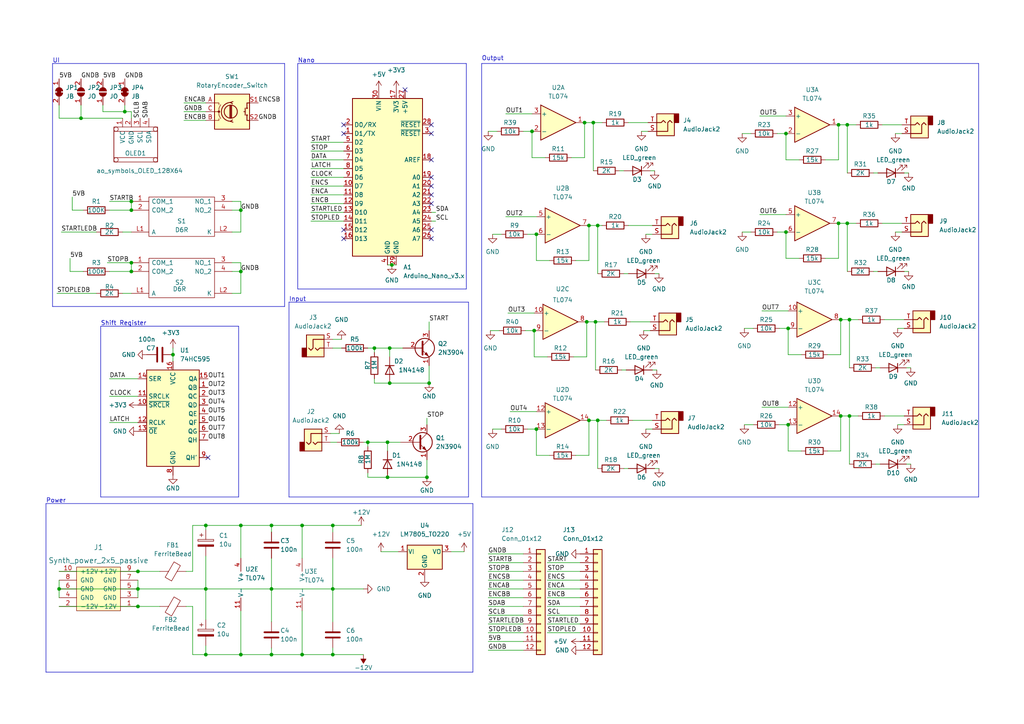
<source format=kicad_sch>
(kicad_sch (version 20230121) (generator eeschema)
  (paper "A4")
  (junction (at 78.74 189.865))
  (junction (at 50.165 102.87))
  (junction (at 243.84 92.71))
  (junction (at 170.18 93.345))
  (junction (at 155.575 124.46))
  (junction (at 246.38 120.65))
  (junction (at 243.205 36.195))
  (junction (at 87.63 152.4))
  (junction (at 78.74 152.4))
  (junction (at 113.03 100.965))
  (junction (at 96.52 152.4))
  (junction (at 38.1 76.2))
  (junction (at 155.575 67.945))
  (junction (at 172.72 93.345))
  (junction (at 40.005 165.735))
  (junction (at 170.815 65.405))
  (junction (at 246.38 92.71))
  (junction (at 172.085 35.56))
  (junction (at 227.965 67.31))
  (junction (at 170.815 121.92))
  (junction (at 96.52 189.865))
  (junction (at 38.1 60.96))
  (junction (at 17.145 170.815))
  (junction (at 96.52 170.815))
  (junction (at 87.63 189.865))
  (junction (at 112.395 138.43))
  (junction (at 36.195 32.385))
  (junction (at 227.965 38.735))
  (junction (at 173.355 121.92))
  (junction (at 59.69 170.815))
  (junction (at 69.85 78.74))
  (junction (at 113.665 76.835))
  (junction (at 59.69 152.4))
  (junction (at 113.03 111.125))
  (junction (at 154.94 95.885))
  (junction (at 245.745 36.195))
  (junction (at 38.1 58.42))
  (junction (at 40.005 170.815))
  (junction (at 112.395 128.27))
  (junction (at 69.85 60.96))
  (junction (at 78.74 170.815))
  (junction (at 108.585 100.965))
  (junction (at 243.205 64.77))
  (junction (at 106.68 128.27))
  (junction (at 228.6 95.25))
  (junction (at 173.355 65.405))
  (junction (at 40.005 175.895))
  (junction (at 59.69 189.865))
  (junction (at 228.6 123.19))
  (junction (at 169.545 35.56))
  (junction (at 123.825 138.43))
  (junction (at 38.1 78.74))
  (junction (at 124.46 111.125))
  (junction (at 243.84 120.65))
  (junction (at 154.305 38.1))
  (junction (at 23.495 34.29))
  (junction (at 69.85 189.865))
  (junction (at 69.85 152.4))
  (junction (at 245.745 64.77))
  (no_connect (at 125.095 53.975))
  (no_connect (at 125.095 59.055))
  (no_connect (at 125.095 51.435))
  (no_connect (at 125.095 56.515))
  (no_connect (at 117.475 26.035))
  (no_connect (at 99.695 38.735))
  (no_connect (at 99.695 36.195))
  (no_connect (at 125.095 46.355))
  (no_connect (at 125.095 36.195))
  (no_connect (at 125.095 38.735))
  (no_connect (at 125.095 66.675))
  (no_connect (at 99.695 66.675))
  (no_connect (at 99.695 69.215))
  (no_connect (at 125.095 69.215))
  (no_connect (at 60.325 132.715))
  (wire (pts (xy 78.74 152.4) (xy 78.74 154.305)))
  (wire (pts (xy 243.205 74.93) (xy 243.205 64.77)))
  (polyline (pts (xy 69.215 94.615) (xy 69.215 144.145)))
  (wire (pts (xy 243.205 36.195) (xy 245.745 36.195)))
  (wire (pts (xy 90.17 51.435) (xy 99.695 51.435)))
  (wire (pts (xy 158.75 165.735) (xy 168.275 165.735)))
  (polyline (pts (xy 139.7 144.145) (xy 283.845 144.145)))
  (wire (pts (xy 36.195 32.385) (xy 38.1 32.385)))
  (wire (pts (xy 141.605 160.655) (xy 151.765 160.655)))
  (wire (pts (xy 78.74 189.865) (xy 87.63 189.865)))
  (polyline (pts (xy 29.21 94.615) (xy 29.21 144.145)))
  (wire (pts (xy 95.885 125.73) (xy 98.425 125.73)))
  (wire (pts (xy 232.41 102.87) (xy 228.6 102.87)))
  (wire (pts (xy 106.68 138.43) (xy 112.395 138.43)))
  (wire (pts (xy 50.165 102.87) (xy 50.165 104.775)))
  (polyline (pts (xy 13.335 194.945) (xy 137.16 194.945)))
  (wire (pts (xy 153.035 67.945) (xy 155.575 67.945)))
  (wire (pts (xy 159.385 75.565) (xy 155.575 75.565)))
  (wire (pts (xy 158.75 173.355) (xy 168.275 173.355)))
  (wire (pts (xy 126.365 64.135) (xy 125.095 64.135)))
  (wire (pts (xy 155.575 132.08) (xy 155.575 124.46)))
  (wire (pts (xy 158.115 45.72) (xy 154.305 45.72)))
  (wire (pts (xy 173.355 135.89) (xy 173.355 121.92)))
  (wire (pts (xy 170.815 65.405) (xy 173.355 65.405)))
  (wire (pts (xy 226.06 123.19) (xy 228.6 123.19)))
  (wire (pts (xy 243.84 102.87) (xy 243.84 92.71)))
  (wire (pts (xy 141.605 186.055) (xy 151.765 186.055)))
  (wire (pts (xy 35.56 34.29) (xy 23.495 34.29)))
  (wire (pts (xy 220.98 118.11) (xy 228.6 118.11)))
  (wire (pts (xy 141.605 180.975) (xy 151.765 180.975)))
  (wire (pts (xy 245.745 50.165) (xy 245.745 36.195)))
  (wire (pts (xy 186.69 95.885) (xy 188.595 95.885)))
  (wire (pts (xy 173.355 121.92) (xy 175.895 121.92)))
  (polyline (pts (xy 135.255 18.415) (xy 135.255 83.82)))
  (wire (pts (xy 191.135 79.375) (xy 189.865 79.375)))
  (wire (pts (xy 263.525 50.165) (xy 262.255 50.165)))
  (wire (pts (xy 87.63 161.925) (xy 87.63 152.4)))
  (polyline (pts (xy 83.82 87.63) (xy 83.82 144.145)))
  (polyline (pts (xy 83.82 144.145) (xy 135.89 144.145)))
  (wire (pts (xy 96.52 170.815) (xy 105.41 170.815)))
  (wire (pts (xy 147.955 119.38) (xy 155.575 119.38)))
  (wire (pts (xy 96.52 98.425) (xy 99.06 98.425)))
  (wire (pts (xy 17.145 170.815) (xy 17.145 173.355)))
  (wire (pts (xy 172.72 93.345) (xy 175.26 93.345)))
  (wire (pts (xy 167.005 132.08) (xy 170.815 132.08)))
  (wire (pts (xy 182.245 65.405) (xy 189.23 65.405)))
  (wire (pts (xy 141.605 165.735) (xy 151.765 165.735)))
  (wire (pts (xy 87.63 177.165) (xy 87.63 189.865)))
  (wire (pts (xy 254 106.68) (xy 255.27 106.68)))
  (wire (pts (xy 166.37 103.505) (xy 170.18 103.505)))
  (wire (pts (xy 169.545 45.72) (xy 169.545 35.56)))
  (wire (pts (xy 113.03 100.965) (xy 113.03 103.505)))
  (wire (pts (xy 108.585 109.855) (xy 108.585 111.125)))
  (wire (pts (xy 170.815 132.08) (xy 170.815 121.92)))
  (polyline (pts (xy 83.82 87.63) (xy 135.89 87.63)))
  (wire (pts (xy 38.1 32.385) (xy 38.1 34.29)))
  (wire (pts (xy 78.74 170.815) (xy 78.74 180.34)))
  (wire (pts (xy 183.515 121.92) (xy 189.23 121.92)))
  (wire (pts (xy 126.365 61.595) (xy 125.095 61.595)))
  (wire (pts (xy 53.975 165.735) (xy 55.88 165.735)))
  (wire (pts (xy 141.605 38.1) (xy 144.145 38.1)))
  (wire (pts (xy 40.005 168.275) (xy 40.005 170.815)))
  (wire (pts (xy 215.9 95.25) (xy 218.44 95.25)))
  (wire (pts (xy 180.34 107.315) (xy 181.61 107.315)))
  (wire (pts (xy 90.17 53.975) (xy 99.695 53.975)))
  (wire (pts (xy 142.875 124.46) (xy 145.415 124.46)))
  (wire (pts (xy 20.955 57.15) (xy 20.955 60.96)))
  (wire (pts (xy 152.4 95.885) (xy 154.94 95.885)))
  (wire (pts (xy 256.54 120.65) (xy 262.255 120.65)))
  (wire (pts (xy 141.605 168.275) (xy 151.765 168.275)))
  (wire (pts (xy 112.395 138.43) (xy 123.825 138.43)))
  (wire (pts (xy 17.145 34.29) (xy 23.495 34.29)))
  (wire (pts (xy 90.17 56.515) (xy 99.695 56.515)))
  (wire (pts (xy 123.825 138.43) (xy 123.825 133.35)))
  (wire (pts (xy 153.035 124.46) (xy 155.575 124.46)))
  (wire (pts (xy 59.69 161.29) (xy 59.69 170.815)))
  (wire (pts (xy 239.395 74.93) (xy 243.205 74.93)))
  (wire (pts (xy 255.905 36.195) (xy 261.62 36.195)))
  (wire (pts (xy 20.32 78.74) (xy 24.13 78.74)))
  (wire (pts (xy 159.385 132.08) (xy 155.575 132.08)))
  (wire (pts (xy 141.605 188.595) (xy 151.765 188.595)))
  (wire (pts (xy 112.395 128.27) (xy 116.205 128.27)))
  (wire (pts (xy 228.6 130.81) (xy 228.6 123.19)))
  (wire (pts (xy 55.88 152.4) (xy 59.69 152.4)))
  (wire (pts (xy 87.63 152.4) (xy 78.74 152.4)))
  (wire (pts (xy 67.31 78.74) (xy 69.85 78.74)))
  (wire (pts (xy 158.75 163.195) (xy 168.275 163.195)))
  (polyline (pts (xy 15.24 88.9) (xy 82.55 88.9)))
  (wire (pts (xy 259.715 67.31) (xy 261.62 67.31)))
  (wire (pts (xy 69.85 58.42) (xy 69.85 60.96)))
  (wire (pts (xy 141.605 175.895) (xy 151.765 175.895)))
  (polyline (pts (xy 283.845 18.415) (xy 139.7 18.415)))
  (wire (pts (xy 96.52 152.4) (xy 104.775 152.4)))
  (wire (pts (xy 154.94 103.505) (xy 154.94 95.885)))
  (wire (pts (xy 172.085 35.56) (xy 174.625 35.56)))
  (wire (pts (xy 95.885 128.27) (xy 97.79 128.27)))
  (polyline (pts (xy 86.36 18.415) (xy 135.255 18.415)))
  (wire (pts (xy 124.46 93.345) (xy 124.46 95.885)))
  (wire (pts (xy 96.52 100.965) (xy 99.06 100.965)))
  (wire (pts (xy 142.24 95.885) (xy 144.78 95.885)))
  (wire (pts (xy 31.75 122.555) (xy 40.005 122.555)))
  (polyline (pts (xy 15.24 18.415) (xy 82.55 18.415)))
  (wire (pts (xy 180.975 79.375) (xy 182.245 79.375)))
  (wire (pts (xy 31.75 109.855) (xy 40.005 109.855)))
  (wire (pts (xy 69.85 67.31) (xy 69.85 60.96)))
  (wire (pts (xy 172.085 49.53) (xy 172.085 35.56)))
  (wire (pts (xy 190.5 107.315) (xy 189.23 107.315)))
  (wire (pts (xy 96.52 189.865) (xy 105.41 189.865)))
  (wire (pts (xy 158.75 178.435) (xy 168.275 178.435)))
  (wire (pts (xy 172.72 107.315) (xy 172.72 93.345)))
  (wire (pts (xy 180.975 135.89) (xy 182.245 135.89)))
  (wire (pts (xy 96.52 187.96) (xy 96.52 189.865)))
  (wire (pts (xy 90.17 61.595) (xy 99.695 61.595)))
  (polyline (pts (xy 86.36 18.415) (xy 86.36 83.82)))
  (wire (pts (xy 112.395 76.835) (xy 113.665 76.835)))
  (wire (pts (xy 155.575 75.565) (xy 155.575 67.945)))
  (wire (pts (xy 59.69 152.4) (xy 69.85 152.4)))
  (wire (pts (xy 220.345 33.655) (xy 227.965 33.655)))
  (wire (pts (xy 154.305 45.72) (xy 154.305 38.1)))
  (wire (pts (xy 108.585 100.965) (xy 108.585 102.235)))
  (wire (pts (xy 69.85 152.4) (xy 69.85 161.925)))
  (wire (pts (xy 40.005 170.815) (xy 59.69 170.815)))
  (wire (pts (xy 50.165 100.965) (xy 50.165 102.87)))
  (wire (pts (xy 173.355 79.375) (xy 173.355 65.405)))
  (wire (pts (xy 141.605 163.195) (xy 151.765 163.195)))
  (wire (pts (xy 31.75 78.74) (xy 38.1 78.74)))
  (wire (pts (xy 53.34 32.385) (xy 59.69 32.385)))
  (wire (pts (xy 59.69 189.865) (xy 59.69 187.325)))
  (wire (pts (xy 146.685 62.865) (xy 155.575 62.865)))
  (wire (pts (xy 264.16 134.62) (xy 262.89 134.62)))
  (wire (pts (xy 158.75 170.815) (xy 168.275 170.815)))
  (wire (pts (xy 240.03 102.87) (xy 243.84 102.87)))
  (wire (pts (xy 96.52 161.925) (xy 96.52 170.815)))
  (wire (pts (xy 59.69 170.815) (xy 78.74 170.815)))
  (wire (pts (xy 231.775 74.93) (xy 227.965 74.93)))
  (wire (pts (xy 191.135 135.89) (xy 189.865 135.89)))
  (wire (pts (xy 243.84 92.71) (xy 246.38 92.71)))
  (polyline (pts (xy 137.16 146.05) (xy 13.335 146.05)))
  (wire (pts (xy 158.75 180.975) (xy 168.275 180.975)))
  (wire (pts (xy 146.685 33.02) (xy 154.305 33.02)))
  (wire (pts (xy 67.31 58.42) (xy 69.85 58.42)))
  (wire (pts (xy 29.845 32.385) (xy 36.195 32.385)))
  (wire (pts (xy 246.38 120.65) (xy 248.92 120.65)))
  (wire (pts (xy 106.68 137.16) (xy 106.68 138.43)))
  (wire (pts (xy 228.6 102.87) (xy 228.6 95.25)))
  (wire (pts (xy 141.605 183.515) (xy 151.765 183.515)))
  (wire (pts (xy 232.41 130.81) (xy 228.6 130.81)))
  (wire (pts (xy 90.17 41.275) (xy 99.695 41.275)))
  (wire (pts (xy 141.605 173.355) (xy 151.765 173.355)))
  (wire (pts (xy 105.41 128.27) (xy 106.68 128.27)))
  (wire (pts (xy 225.425 67.31) (xy 227.965 67.31)))
  (wire (pts (xy 96.52 152.4) (xy 96.52 154.305)))
  (wire (pts (xy 220.345 62.23) (xy 227.965 62.23)))
  (wire (pts (xy 124.46 111.125) (xy 124.46 106.045)))
  (wire (pts (xy 264.16 106.68) (xy 262.89 106.68)))
  (wire (pts (xy 69.85 76.2) (xy 69.85 78.74)))
  (wire (pts (xy 189.865 49.53) (xy 188.595 49.53)))
  (wire (pts (xy 31.75 60.96) (xy 38.1 60.96)))
  (wire (pts (xy 38.1 58.42) (xy 38.1 60.96)))
  (wire (pts (xy 240.03 130.81) (xy 243.84 130.81)))
  (wire (pts (xy 245.745 78.74) (xy 245.745 64.77)))
  (wire (pts (xy 245.745 64.77) (xy 248.285 64.77)))
  (wire (pts (xy 227.965 74.93) (xy 227.965 67.31)))
  (wire (pts (xy 17.145 170.815) (xy 40.005 170.815)))
  (wire (pts (xy 254 134.62) (xy 255.27 134.62)))
  (wire (pts (xy 243.205 46.355) (xy 243.205 36.195)))
  (wire (pts (xy 182.88 93.345) (xy 188.595 93.345)))
  (polyline (pts (xy 135.89 144.145) (xy 135.89 87.63)))
  (wire (pts (xy 106.68 128.27) (xy 112.395 128.27)))
  (wire (pts (xy 158.75 103.505) (xy 154.94 103.505)))
  (wire (pts (xy 170.815 121.92) (xy 173.355 121.92)))
  (wire (pts (xy 215.9 123.19) (xy 218.44 123.19)))
  (wire (pts (xy 151.765 38.1) (xy 154.305 38.1)))
  (wire (pts (xy 96.52 170.815) (xy 96.52 180.34)))
  (wire (pts (xy 187.325 67.945) (xy 189.23 67.945)))
  (wire (pts (xy 243.84 130.81) (xy 243.84 120.65)))
  (wire (pts (xy 170.815 75.565) (xy 170.815 65.405)))
  (polyline (pts (xy 13.335 146.05) (xy 13.335 194.945)))
  (wire (pts (xy 110.49 160.02) (xy 115.57 160.02)))
  (wire (pts (xy 186.055 38.1) (xy 187.96 38.1)))
  (wire (pts (xy 243.205 64.77) (xy 245.745 64.77)))
  (wire (pts (xy 20.32 74.93) (xy 20.32 78.74)))
  (wire (pts (xy 108.585 100.965) (xy 113.03 100.965)))
  (wire (pts (xy 123.825 121.285) (xy 123.825 123.19)))
  (polyline (pts (xy 82.55 88.9) (xy 82.55 18.415)))
  (wire (pts (xy 246.38 106.68) (xy 246.38 92.71)))
  (wire (pts (xy 227.965 46.355) (xy 227.965 38.735)))
  (wire (pts (xy 170.18 93.345) (xy 172.72 93.345)))
  (polyline (pts (xy 29.21 94.615) (xy 69.215 94.615)))
  (wire (pts (xy 165.735 45.72) (xy 169.545 45.72)))
  (wire (pts (xy 215.265 67.31) (xy 217.805 67.31)))
  (wire (pts (xy 53.975 175.895) (xy 55.88 175.895)))
  (wire (pts (xy 259.715 38.735) (xy 261.62 38.735)))
  (wire (pts (xy 36.195 30.48) (xy 36.195 32.385)))
  (wire (pts (xy 246.38 92.71) (xy 248.92 92.71)))
  (wire (pts (xy 78.74 161.925) (xy 78.74 170.815)))
  (wire (pts (xy 67.31 76.2) (xy 69.85 76.2)))
  (wire (pts (xy 40.005 165.735) (xy 46.355 165.735)))
  (wire (pts (xy 67.31 60.96) (xy 69.85 60.96)))
  (wire (pts (xy 158.75 168.275) (xy 168.275 168.275)))
  (wire (pts (xy 260.35 95.25) (xy 262.255 95.25)))
  (wire (pts (xy 69.85 85.09) (xy 69.85 78.74)))
  (wire (pts (xy 17.145 165.735) (xy 40.005 165.735)))
  (wire (pts (xy 253.365 78.74) (xy 254.635 78.74)))
  (wire (pts (xy 67.31 85.09) (xy 69.85 85.09)))
  (wire (pts (xy 142.875 67.945) (xy 145.415 67.945)))
  (wire (pts (xy 55.88 189.865) (xy 59.69 189.865)))
  (wire (pts (xy 169.545 35.56) (xy 172.085 35.56)))
  (wire (pts (xy 106.68 128.27) (xy 106.68 129.54)))
  (wire (pts (xy 40.005 170.815) (xy 40.005 173.355)))
  (wire (pts (xy 90.17 46.355) (xy 99.695 46.355)))
  (wire (pts (xy 40.005 175.895) (xy 46.355 175.895)))
  (wire (pts (xy 108.585 111.125) (xy 113.03 111.125)))
  (wire (pts (xy 78.74 187.96) (xy 78.74 189.865)))
  (wire (pts (xy 90.17 64.135) (xy 99.695 64.135)))
  (wire (pts (xy 187.325 124.46) (xy 189.23 124.46)))
  (wire (pts (xy 67.31 67.31) (xy 69.85 67.31)))
  (wire (pts (xy 17.145 30.48) (xy 17.145 34.29)))
  (wire (pts (xy 69.85 189.865) (xy 59.69 189.865)))
  (wire (pts (xy 225.425 38.735) (xy 227.965 38.735)))
  (wire (pts (xy 87.63 152.4) (xy 96.52 152.4)))
  (polyline (pts (xy 69.215 144.145) (xy 29.21 144.145)))
  (wire (pts (xy 31.75 114.935) (xy 40.005 114.935)))
  (polyline (pts (xy 135.255 83.82) (xy 86.36 83.82)))
  (wire (pts (xy 173.355 65.405) (xy 174.625 65.405)))
  (wire (pts (xy 20.955 60.96) (xy 24.13 60.96)))
  (wire (pts (xy 231.775 46.355) (xy 227.965 46.355)))
  (polyline (pts (xy 283.845 144.145) (xy 283.845 18.415)))
  (wire (pts (xy 226.06 95.25) (xy 228.6 95.25)))
  (wire (pts (xy 35.56 67.31) (xy 38.1 67.31)))
  (wire (pts (xy 253.365 50.165) (xy 254.635 50.165)))
  (wire (pts (xy 158.75 183.515) (xy 168.275 183.515)))
  (wire (pts (xy 59.69 170.815) (xy 59.69 179.705)))
  (wire (pts (xy 220.98 90.17) (xy 228.6 90.17)))
  (wire (pts (xy 141.605 170.815) (xy 151.765 170.815)))
  (wire (pts (xy 158.75 175.895) (xy 168.275 175.895)))
  (wire (pts (xy 90.17 43.815) (xy 99.695 43.815)))
  (wire (pts (xy 90.17 48.895) (xy 99.695 48.895)))
  (wire (pts (xy 17.78 67.31) (xy 27.94 67.31)))
  (wire (pts (xy 29.845 30.48) (xy 29.845 32.385)))
  (wire (pts (xy 31.115 76.2) (xy 38.1 76.2)))
  (polyline (pts (xy 139.7 18.415) (xy 139.7 144.145)))
  (wire (pts (xy 113.03 100.965) (xy 116.84 100.965)))
  (wire (pts (xy 245.745 36.195) (xy 248.285 36.195)))
  (wire (pts (xy 182.245 35.56) (xy 187.96 35.56)))
  (wire (pts (xy 113.03 111.125) (xy 124.46 111.125)))
  (wire (pts (xy 243.84 120.65) (xy 246.38 120.65)))
  (wire (pts (xy 17.145 168.275) (xy 17.145 170.815)))
  (wire (pts (xy 246.38 134.62) (xy 246.38 120.65)))
  (wire (pts (xy 59.69 152.4) (xy 59.69 153.67)))
  (wire (pts (xy 27.94 85.09) (xy 16.51 85.09)))
  (wire (pts (xy 69.85 189.865) (xy 78.74 189.865)))
  (wire (pts (xy 55.88 175.895) (xy 55.88 189.865)))
  (wire (pts (xy 53.34 34.925) (xy 59.69 34.925)))
  (wire (pts (xy 78.74 170.815) (xy 96.52 170.815)))
  (wire (pts (xy 55.88 165.735) (xy 55.88 152.4)))
  (wire (pts (xy 130.81 160.02) (xy 134.62 160.02)))
  (wire (pts (xy 147.32 90.805) (xy 154.94 90.805)))
  (wire (pts (xy 35.56 85.09) (xy 38.1 85.09)))
  (wire (pts (xy 256.54 92.71) (xy 262.255 92.71)))
  (wire (pts (xy 90.17 59.055) (xy 99.695 59.055)))
  (wire (pts (xy 106.68 100.965) (xy 108.585 100.965)))
  (wire (pts (xy 167.005 75.565) (xy 170.815 75.565)))
  (wire (pts (xy 263.525 78.74) (xy 262.255 78.74)))
  (wire (pts (xy 31.75 58.42) (xy 38.1 58.42)))
  (wire (pts (xy 260.35 123.19) (xy 262.255 123.19)))
  (wire (pts (xy 17.145 175.895) (xy 40.005 175.895)))
  (wire (pts (xy 255.905 64.77) (xy 261.62 64.77)))
  (wire (pts (xy 215.265 38.735) (xy 217.805 38.735)))
  (wire (pts (xy 23.495 30.48) (xy 23.495 34.29)))
  (wire (pts (xy 170.18 103.505) (xy 170.18 93.345)))
  (wire (pts (xy 69.85 152.4) (xy 78.74 152.4)))
  (wire (pts (xy 53.34 29.845) (xy 59.69 29.845)))
  (wire (pts (xy 141.605 178.435) (xy 151.765 178.435)))
  (wire (pts (xy 179.705 49.53) (xy 180.975 49.53)))
  (wire (pts (xy 113.665 76.835) (xy 114.935 76.835)))
  (polyline (pts (xy 137.16 146.05) (xy 137.16 194.945)))
  (wire (pts (xy 96.52 189.865) (xy 87.63 189.865)))
  (wire (pts (xy 112.395 128.27) (xy 112.395 130.81)))
  (wire (pts (xy 69.85 177.165) (xy 69.85 189.865)))
  (polyline (pts (xy 15.24 18.415) (xy 15.24 88.9)))
  (wire (pts (xy 239.395 46.355) (xy 243.205 46.355)))
  (wire (pts (xy 38.1 76.2) (xy 38.1 78.74)))
  (text "Input" (at 83.82 87.63 0) (effects (font (size 1.27 1.27)) (justify left bottom)))
  (text "Nano" (at 86.36 18.415 0) (effects (font (size 1.27 1.27)) (justify left bottom)))
  (text "UI" (at 15.24 18.415 0) (effects (font (size 1.27 1.27)) (justify left bottom)))
  (text "Shift Register" (at 29.21 94.615 0) (effects (font (size 1.27 1.27)) (justify left bottom)))
  (text "Power" (at 13.335 146.05 0) (effects (font (size 1.27 1.27)) (justify left bottom)))
  (text "Output" (at 139.7 17.78 0) (effects (font (size 1.27 1.27)) (justify left bottom)))
  (label "SDA" (at 158.75 175.895 0))
  (label "STOPLEDB" (at 141.605 183.515 0))
  (label "STOPLEDB" (at 16.51 85.09 0))
  (label "STARTLED" (at 90.17 61.595 0))
  (label "SCL" (at 158.75 178.435 0))
  (label "OUT1" (at 60.325 109.855 0))
  (label "5VB" (at 17.145 22.86 0))
  (label "ENCB" (at 90.17 59.055 0))
  (label "ENCSB" (at 74.93 29.845 0))
  (label "ENCA" (at 158.75 170.815 0))
  (label "OUT4" (at 147.955 119.38 0))
  (label "GNDB" (at 141.605 188.595 0))
  (label "ENCAB" (at 53.34 29.845 0))
  (label "5VB" (at 29.845 22.86 0))
  (label "ENCBB" (at 53.34 34.925 0))
  (label "STARTLED" (at 158.75 180.975 0))
  (label "LATCH" (at 31.75 122.555 0))
  (label "GNDB" (at 23.495 22.86 0))
  (label "ENCB" (at 158.75 173.355 0))
  (label "STARTLEDB" (at 17.78 67.31 0))
  (label "CLOCK" (at 90.17 51.435 0))
  (label "SCL" (at 126.365 64.135 0))
  (label "START" (at 124.46 93.345 0))
  (label "5VB" (at 20.955 57.15 0))
  (label "STARTLEDB" (at 141.605 180.975 0))
  (label "GNDB" (at 69.85 60.96 0))
  (label "SDAB" (at 141.605 175.895 0))
  (label "ENCS" (at 158.75 168.275 0))
  (label "OUT5" (at 60.325 120.015 0))
  (label "OUT1" (at 146.685 33.02 0))
  (label "OUT5" (at 220.345 33.655 0))
  (label "STOPLED" (at 90.17 64.135 0))
  (label "5VB" (at 141.605 186.055 0))
  (label "LATCH" (at 90.17 48.895 0))
  (label "OUT6" (at 60.325 122.555 0))
  (label "SDA" (at 126.365 61.595 0))
  (label "STOPB" (at 31.115 76.2 0))
  (label "STOPLED" (at 158.75 183.515 0))
  (label "STARTB" (at 31.75 58.42 0))
  (label "GNDB" (at 141.605 160.655 0))
  (label "OUT2" (at 146.685 62.865 0))
  (label "OUT3" (at 147.32 90.805 0))
  (label "ENCSB" (at 141.605 168.275 0))
  (label "ENCA" (at 90.17 56.515 0))
  (label "OUT6" (at 220.345 62.23 0))
  (label "SCLB" (at 40.64 34.29 90))
  (label "DATA" (at 31.75 109.855 0))
  (label "DATA" (at 90.17 46.355 0))
  (label "SCLB" (at 141.605 178.435 0))
  (label "OUT7" (at 60.325 125.095 0))
  (label "5VB" (at 20.32 74.93 0))
  (label "GNDB" (at 36.195 22.86 0))
  (label "STOP" (at 123.825 121.285 0))
  (label "OUT8" (at 60.325 127.635 0))
  (label "GNDB" (at 74.93 34.925 0))
  (label "ENCAB" (at 141.605 170.815 0))
  (label "STOP" (at 158.75 165.735 0))
  (label "GNDB" (at 53.34 32.385 0))
  (label "OUT7" (at 220.98 90.17 0))
  (label "CLOCK" (at 31.75 114.935 0))
  (label "GNDB" (at 69.85 78.74 0))
  (label "OUT8" (at 220.98 118.11 0))
  (label "SDAB" (at 43.18 34.29 90))
  (label "OUT4" (at 60.325 117.475 0))
  (label "ENCBB" (at 141.605 173.355 0))
  (label "STOP" (at 90.17 43.815 0))
  (label "ENCS" (at 90.17 53.975 0))
  (label "START" (at 90.17 41.275 0))
  (label "START" (at 158.75 163.195 0))
  (label "STOPB" (at 141.605 165.735 0))
  (label "STARTB" (at 141.605 163.195 0))
  (label "OUT3" (at 60.325 114.935 0))
  (label "OUT2" (at 60.325 112.395 0))
  (symbol (lib_id "ao_symbols:R") (at 176.53 107.315 90) (unit 1)
    (property "Reference" "R16" (at 176.53 104.775 90))
    (property "Value" "2K" (at 176.53 107.315 90))
    (property "Footprint" "AO_tht:R_Axial_DIN0207_L6.3mm_D2.5mm_P10.16mm_Horizontal" (effects hide))
    (property "Vendor" "Tayda" (effects hide))
  )
  (symbol (lib_id "ao_symbols:Synth_power_2x5_passive") (at 28.575 170.815 0) (unit 1)
    (property "Reference" "J1" (at 28.575 158.75 0) (effects (font (size 1.524 1.524))))
    (property "Value" "Synth_power_2x5_passive" (at 28.575 162.56 0) (effects (font (size 1.524 1.524))))
    (property "Footprint" "AO_tht:Power_Header" (effects hide))
    (property "Vendor" "Tayda" (effects hide))
    (property "SKU" "A-2939" (effects hide))
  )
  (symbol (lib_id "ao_symbols:R") (at 175.895 49.53 90) (unit 1)
    (property "Reference" "R15" (at 175.895 46.99 90))
    (property "Value" "2K" (at 175.895 49.53 90))
    (property "Footprint" "AO_tht:R_Axial_DIN0207_L6.3mm_D2.5mm_P10.16mm_Horizontal" (effects hide))
    (property "Vendor" "Tayda" (effects hide))
  )
  (symbol (lib_id "power:GND") (at 215.9 95.25 0) (unit 1)
    (property "Reference" "#PWR0136" (effects hide))
    (property "Value" "GND" (at 215.9 100.33 0))
  )
  (symbol (lib_id "power:GND") (at 186.69 95.885 0) (unit 1)
    (property "Reference" "#PWR0144" (effects hide))
    (property "Value" "GND" (at 186.69 100.965 0))
  )
  (symbol (lib_id "ao_symbols:TL074") (at 163.195 121.92 0) (unit 4)
    (property "Reference" "U2" (at 163.195 113.03 0))
    (property "Value" "TL074" (at 163.195 115.57 0))
    (property "Footprint" "AO_tht:DIP-14_W7.62mm_Socket_LongPads" (effects hide))
    (property "Vendor" "Tayda" (effects hide))
    (property "SKU" "A-1138" (effects hide))
  )
  (symbol (lib_id "ao_symbols:R") (at 235.585 46.355 90) (unit 1)
    (property "Reference" "R27" (at 235.585 43.815 90))
    (property "Value" "15k" (at 235.585 46.355 90))
    (property "Footprint" "AO_tht:R_Axial_DIN0207_L6.3mm_D2.5mm_P10.16mm_Horizontal" (effects hide))
    (property "Vendor" "Tayda" (effects hide))
  )
  (symbol (lib_id "ao_symbols:CP") (at 59.69 157.48 0) (unit 1)
    (property "Reference" "C1" (at 63.5 155.3209 0) (effects (justify left)))
    (property "Value" "10u" (at 63.5 157.8609 0) (effects (justify left)))
    (property "Footprint" "AO_tht:CP_Radial_D6.3mm_P2.50mm" (effects hide))
    (property "Vendor" "Tayda" (effects hide))
  )
  (symbol (lib_id "ao_symbols:AudioJack2") (at 267.335 92.71 180) (unit 1)
    (property "Reference" "J10" (at 272.415 92.0749 0) (effects (justify right)))
    (property "Value" "AudioJack2" (at 272.415 94.6149 0) (effects (justify right)))
    (property "Footprint" "AO_tht:Jack_6.35mm_PJ_629HAN_slots" (effects hide))
    (property "Vendor" "Tayda" (effects hide))
    (property "SKU" "A-1121" (effects hide))
  )
  (symbol (lib_id "ao_symbols:R") (at 235.585 74.93 90) (unit 1)
    (property "Reference" "R28" (at 235.585 72.39 90))
    (property "Value" "15k" (at 235.585 74.93 90))
    (property "Footprint" "AO_tht:R_Axial_DIN0207_L6.3mm_D2.5mm_P10.16mm_Horizontal" (effects hide))
    (property "Vendor" "Tayda" (effects hide))
  )
  (symbol (lib_id "power:+3V3") (at 114.935 26.035 0) (unit 1)
    (property "Reference" "#PWR05" (effects hide))
    (property "Value" "+3V3" (at 114.935 20.32 0))
  )
  (symbol (lib_id "power:GND") (at 191.135 79.375 0) (unit 1)
    (property "Reference" "#PWR0145" (effects hide))
    (property "Value" "GND" (at 191.135 83.82 0))
  )
  (symbol (lib_id "ao_symbols:C") (at 78.74 158.115 0) (unit 1)
    (property "Reference" "C3" (at 81.28 156.845 0) (effects (justify left)))
    (property "Value" "100n" (at 81.28 159.385 0) (effects (justify left)))
    (property "Footprint" "AO_tht:C_Rect_L7.2mm_W2.5mm_P5.00mm_FKS2_FKP2_MKS2_MKP2" (effects hide))
    (property "Vendor" "Tayda" (effects hide))
  )
  (symbol (lib_id "power:+5V") (at 109.855 26.035 0) (unit 1)
    (property "Reference" "#PWR0114" (effects hide))
    (property "Value" "+5V" (at 109.855 21.59 0))
  )
  (symbol (lib_id "ao_symbols:Arduino_Nano_v3.x") (at 112.395 51.435 0) (unit 1)
    (property "Reference" "A1" (at 116.9544 77.47 0) (effects (justify left)))
    (property "Value" "Arduino_Nano_v3.x" (at 116.9544 80.01 0) (effects (justify left)))
    (property "Footprint" "Module:Arduino_Nano" (effects hide))
    (property "Datasheet" "http://www.mouser.com/pdfdocs/Gravitech_Arduino_Nano3_0.pdf" (effects hide))
    (property "Vendor" "Tayda" (effects hide))
    (property "SKU" "A-2864" (effects hide))
  )
  (symbol (lib_id "ao_symbols:R") (at 236.22 102.87 90) (unit 1)
    (property "Reference" "R29" (at 236.22 100.33 90))
    (property "Value" "15k" (at 236.22 102.87 90))
    (property "Footprint" "AO_tht:R_Axial_DIN0207_L6.3mm_D2.5mm_P10.16mm_Horizontal" (effects hide))
    (property "Vendor" "Tayda" (effects hide))
  )
  (symbol (lib_id "ao_symbols:R") (at 252.095 36.195 90) (unit 1)
    (property "Reference" "R35" (at 252.095 33.655 90))
    (property "Value" "1k" (at 252.095 36.195 90))
    (property "Footprint" "AO_tht:R_Axial_DIN0207_L6.3mm_D2.5mm_P10.16mm_Horizontal" (effects hide))
    (property "Vendor" "Tayda" (effects hide))
  )
  (symbol (lib_id "ao_symbols:C") (at 78.74 184.15 180) (unit 1)
    (property "Reference" "C4" (at 81.28 182.88 0) (effects (justify right)))
    (property "Value" "100n" (at 81.28 185.42 0) (effects (justify right)))
    (property "Footprint" "AO_tht:C_Rect_L7.2mm_W2.5mm_P5.00mm_FKS2_FKP2_MKS2_MKP2" (effects hide))
    (property "Vendor" "Tayda" (effects hide))
  )
  (symbol (lib_id "ao_symbols:LED_green") (at 186.055 135.89 180) (unit 1)
    (property "Reference" "D6" (at 186.055 138.43 0))
    (property "Value" "LED_green" (at 186.69 132.08 0))
    (property "Footprint" "AO_tht:LED_D5.0mm" (effects hide))
    (property "Vendor" "Tayda" (effects hide))
    (property "SKU" "A-1553" (effects hide))
  )
  (symbol (lib_id "ao_symbols:TL074") (at 72.39 169.545 0) (unit 5)
    (property "Reference" "U2" (at 71.12 165.1 0) (effects (justify left)))
    (property "Value" "TL074" (at 71.12 167.64 0) (effects (justify left)))
    (property "Footprint" "AO_tht:DIP-14_W7.62mm_Socket_LongPads" (effects hide))
    (property "Vendor" "Tayda" (effects hide))
    (property "SKU" "A-1138" (effects hide))
  )
  (symbol (lib_id "power:GND") (at 98.425 125.73 180) (unit 1)
    (property "Reference" "#PWR0112" (effects hide))
    (property "Value" "GND" (at 98.425 120.65 0))
  )
  (symbol (lib_id "power:GND") (at 141.605 38.1 0) (unit 1)
    (property "Reference" "#PWR0124" (effects hide))
    (property "Value" "GND" (at 141.605 43.18 0))
  )
  (symbol (lib_id "ao_symbols:R") (at 222.25 95.25 90) (unit 1)
    (property "Reference" "R25" (at 222.25 92.71 90))
    (property "Value" "10k" (at 222.25 95.25 90))
    (property "Footprint" "AO_tht:R_Axial_DIN0207_L6.3mm_D2.5mm_P10.16mm_Horizontal" (effects hide))
    (property "Vendor" "Tayda" (effects hide))
  )
  (symbol (lib_id "power:GND") (at 186.055 38.1 0) (unit 1)
    (property "Reference" "#PWR0128" (effects hide))
    (property "Value" "GND" (at 186.055 43.18 0))
  )
  (symbol (lib_id "ao_symbols:R") (at 250.19 134.62 90) (unit 1)
    (property "Reference" "R34" (at 250.19 132.08 90))
    (property "Value" "2K" (at 250.19 134.62 90))
    (property "Footprint" "AO_tht:R_Axial_DIN0207_L6.3mm_D2.5mm_P10.16mm_Horizontal" (effects hide))
    (property "Vendor" "Tayda" (effects hide))
  )
  (symbol (lib_id "ao_symbols:D6R") (at 38.1 69.85 0) (unit 1)
    (property "Reference" "S1" (at 52.705 64.135 0))
    (property "Value" "D6R" (at 52.705 66.675 0))
    (property "Footprint" "ao_tht:D6R" (effects hide))
    (property "Datasheet" "https://assets.alliedelec.com/v1602325391/Datasheets/ab45f81cae5f142cfc7030fd0f594e31.pdf" (effects hide))
    (property "Description" "SPST Momentary Key Switches" (effects hide))
    (property "Height" "14.3" (effects hide))
    (property "Manufacturer_Name" "C & K COMPONENTS" (effects hide))
    (property "Manufacturer_Part_Number" "D6RLGNF1+LFS" (effects hide))
  )
  (symbol (lib_id "power:GND") (at 142.24 95.885 0) (unit 1)
    (property "Reference" "#PWR0113" (effects hide))
    (property "Value" "GND" (at 142.24 100.965 0))
  )
  (symbol (lib_id "power:+12V") (at 110.49 160.02 0) (unit 1)
    (property "Reference" "#PWR0103" (effects hide))
    (property "Value" "+12V" (at 110.49 154.94 0))
  )
  (symbol (lib_id "ao_symbols:R") (at 147.955 38.1 90) (unit 1)
    (property "Reference" "R39" (at 147.955 35.56 90))
    (property "Value" "10k" (at 147.955 38.1 90))
    (property "Footprint" "AO_tht:R_Axial_DIN0207_L6.3mm_D2.5mm_P10.16mm_Horizontal" (effects hide))
    (property "Vendor" "Tayda" (effects hide))
  )
  (symbol (lib_id "power:GND") (at 191.135 135.89 0) (unit 1)
    (property "Reference" "#PWR0142" (effects hide))
    (property "Value" "GND" (at 191.135 140.335 0))
  )
  (symbol (lib_id "ao_symbols:R") (at 249.555 78.74 90) (unit 1)
    (property "Reference" "R32" (at 249.555 76.2 90))
    (property "Value" "2K" (at 249.555 78.74 90))
    (property "Footprint" "AO_tht:R_Axial_DIN0207_L6.3mm_D2.5mm_P10.16mm_Horizontal" (effects hide))
    (property "Vendor" "Tayda" (effects hide))
  )
  (symbol (lib_id "power:GND") (at 124.46 111.125 0) (unit 1)
    (property "Reference" "#PWR0109" (effects hide))
    (property "Value" "GND" (at 124.46 114.935 0))
  )
  (symbol (lib_id "ao_symbols:TL074") (at 235.585 64.77 0) (unit 2)
    (property "Reference" "U3" (at 236.22 55.88 0))
    (property "Value" "TL074" (at 236.22 58.42 0))
    (property "Footprint" "AO_tht:DIP-14_W7.62mm_Socket_LongPads" (effects hide))
    (property "Vendor" "Tayda" (effects hide))
    (property "SKU" "A-1138" (effects hide))
  )
  (symbol (lib_id "ao_symbols:LED_green") (at 184.785 49.53 180) (unit 1)
    (property "Reference" "D3" (at 184.785 52.07 0))
    (property "Value" "LED_green" (at 185.42 45.72 0))
    (property "Footprint" "AO_tht:LED_D5.0mm" (effects hide))
    (property "Vendor" "Tayda" (effects hide))
    (property "SKU" "A-1553" (effects hide))
  )
  (symbol (lib_id "power:GND") (at 189.865 49.53 0) (unit 1)
    (property "Reference" "#PWR0129" (effects hide))
    (property "Value" "GND" (at 189.865 53.975 0))
  )
  (symbol (lib_id "ao_symbols:R") (at 101.6 128.27 90) (unit 1)
    (property "Reference" "R6" (at 101.6 125.73 90))
    (property "Value" "100k" (at 101.6 128.27 90))
    (property "Footprint" "AO_tht:R_Axial_DIN0207_L6.3mm_D2.5mm_P10.16mm_Horizontal" (effects hide))
    (property "Vendor" "Tayda" (effects hide))
  )
  (symbol (lib_id "power:GND") (at 187.325 124.46 0) (unit 1)
    (property "Reference" "#PWR0143" (effects hide))
    (property "Value" "GND" (at 187.325 129.54 0))
  )
  (symbol (lib_id "power:+3V3") (at 50.165 100.965 0) (unit 1)
    (property "Reference" "#PWR04" (effects hide))
    (property "Value" "+3V3" (at 49.53 96.52 0))
  )
  (symbol (lib_id "ao_symbols:R") (at 162.56 103.505 90) (unit 1)
    (property "Reference" "R12" (at 162.56 100.965 90))
    (property "Value" "15k" (at 162.56 103.505 90))
    (property "Footprint" "AO_tht:R_Axial_DIN0207_L6.3mm_D2.5mm_P10.16mm_Horizontal" (effects hide))
    (property "Vendor" "Tayda" (effects hide))
  )
  (symbol (lib_id "ao_symbols:R") (at 102.87 100.965 90) (unit 1)
    (property "Reference" "R5" (at 102.87 98.425 90))
    (property "Value" "100k" (at 102.87 100.965 90))
    (property "Footprint" "AO_tht:R_Axial_DIN0207_L6.3mm_D2.5mm_P10.16mm_Horizontal" (effects hide))
    (property "Vendor" "Tayda" (effects hide))
  )
  (symbol (lib_id "ao_symbols:TL074") (at 236.22 120.65 0) (unit 4)
    (property "Reference" "U3" (at 236.22 110.49 0))
    (property "Value" "TL074" (at 236.22 113.03 0))
    (property "Footprint" "AO_tht:DIP-14_W7.62mm_Socket_LongPads" (effects hide))
    (property "Vendor" "Tayda" (effects hide))
    (property "SKU" "A-1138" (effects hide))
  )
  (symbol (lib_id "ao_symbols:AudioJack2") (at 91.44 100.965 0) (unit 1)
    (property "Reference" "J3" (at 90.805 92.075 0))
    (property "Value" "AudioJack2" (at 90.805 94.615 0))
    (property "Footprint" "AO_tht:Jack_6.35mm_PJ_629HAN_slots" (effects hide))
    (property "Vendor" "Tayda" (effects hide))
    (property "SKU" "A-1121" (effects hide))
  )
  (symbol (lib_id "ao_symbols:AudioJack2") (at 194.31 65.405 180) (unit 1)
    (property "Reference" "J6" (at 200.025 64.7699 0) (effects (justify right)))
    (property "Value" "AudioJack2" (at 200.025 67.3099 0) (effects (justify right)))
    (property "Footprint" "AO_tht:Jack_6.35mm_PJ_629HAN_slots" (effects hide))
    (property "Vendor" "Tayda" (effects hide))
    (property "SKU" "A-1121" (effects hide))
  )
  (symbol (lib_id "ao_symbols:LED_green") (at 258.445 50.165 180) (unit 1)
    (property "Reference" "D7" (at 258.445 52.705 0))
    (property "Value" "LED_green" (at 259.08 46.355 0))
    (property "Footprint" "AO_tht:LED_D5.0mm" (effects hide))
    (property "Vendor" "Tayda" (effects hide))
    (property "SKU" "A-1553" (effects hide))
  )
  (symbol (lib_id "ao_symbols:R") (at 27.94 60.96 90) (unit 1)
    (property "Reference" "R1" (at 27.94 58.42 90))
    (property "Value" "100K" (at 27.94 60.96 90))
    (property "Footprint" "AO_tht:R_Axial_DIN0207_L6.3mm_D2.5mm_P10.16mm_Horizontal" (effects hide))
    (property "Vendor" "Tayda" (effects hide))
  )
  (symbol (lib_id "ao_symbols:D6R") (at 38.1 87.63 0) (unit 1)
    (property "Reference" "S2" (at 52.07 81.915 0))
    (property "Value" "D6R" (at 52.07 83.82 0))
    (property "Footprint" "ao_tht:D6R" (effects hide))
    (property "Datasheet" "https://assets.alliedelec.com/v1602325391/Datasheets/ab45f81cae5f142cfc7030fd0f594e31.pdf" (effects hide))
    (property "Description" "SPST Momentary Key Switches" (effects hide))
    (property "Height" "14.3" (effects hide))
    (property "Manufacturer_Name" "C & K COMPONENTS" (effects hide))
    (property "Manufacturer_Part_Number" "D6RLGNF1+LFS" (effects hide))
  )
  (symbol (lib_id "Connector_Generic:Conn_01x12") (at 156.845 173.355 0) (unit 1)
    (property "Reference" "J12" (at 145.415 153.67 0) (effects (justify left)))
    (property "Value" "Conn_01x12" (at 145.415 156.21 0) (effects (justify left)))
    (property "Footprint" "Connector_PinHeader_2.54mm:PinHeader_1x12_P2.54mm_Vertical" (effects hide))
  )
  (symbol (lib_id "ao_symbols:AudioJack2") (at 266.7 36.195 180) (unit 1)
    (property "Reference" "J8" (at 271.78 35.5599 0) (effects (justify right)))
    (property "Value" "AudioJack2" (at 271.78 38.0999 0) (effects (justify right)))
    (property "Footprint" "AO_tht:Jack_6.35mm_PJ_629HAN_slots" (effects hide))
    (property "Vendor" "Tayda" (effects hide))
    (property "SKU" "A-1121" (effects hide))
  )
  (symbol (lib_id "Jumper:SolderJumper_2_Open") (at 29.845 26.67 90) (unit 1)
    (property "Reference" "JP3" (at 31.75 25.3999 90) (effects (justify right)))
    (property "Value" "JO" (at 31.75 27.9399 90) (effects (justify right)))
    (property "Footprint" "Jumper:SolderJumper-2_P1.3mm_Open_RoundedPad1.0x1.5mm" (effects hide))
  )
  (symbol (lib_id "power:GND") (at 259.715 67.31 0) (unit 1)
    (property "Reference" "#PWR0132" (effects hide))
    (property "Value" "GND" (at 259.715 72.39 0))
  )
  (symbol (lib_id "ao_symbols:AudioJack2") (at 267.335 120.65 180) (unit 1)
    (property "Reference" "J11" (at 273.05 120.0149 0) (effects (justify right)))
    (property "Value" "AudioJack2" (at 273.05 122.5549 0) (effects (justify right)))
    (property "Footprint" "AO_tht:Jack_6.35mm_PJ_629HAN_slots" (effects hide))
    (property "Vendor" "Tayda" (effects hide))
    (property "SKU" "A-1121" (effects hide))
  )
  (symbol (lib_id "ao_symbols:CP") (at 59.69 183.515 0) (unit 1)
    (property "Reference" "C2" (at 62.865 181.3559 0) (effects (justify left)))
    (property "Value" "10u" (at 62.865 183.8959 0) (effects (justify left)))
    (property "Footprint" "AO_tht:CP_Radial_D6.3mm_P2.50mm" (effects hide))
    (property "Vendor" "Tayda" (effects hide))
  )
  (symbol (lib_id "ao_symbols:AudioJack2") (at 193.675 93.345 180) (unit 1)
    (property "Reference" "J5" (at 198.755 92.7099 0) (effects (justify right)))
    (property "Value" "AudioJack2" (at 198.755 95.2499 0) (effects (justify right)))
    (property "Footprint" "AO_tht:Jack_6.35mm_PJ_629HAN_slots" (effects hide))
    (property "Vendor" "Tayda" (effects hide))
    (property "SKU" "A-1121" (effects hide))
  )
  (symbol (lib_id "power:GND") (at 190.5 107.315 0) (unit 1)
    (property "Reference" "#PWR0146" (effects hide))
    (property "Value" "GND" (at 190.5 111.76 0))
  )
  (symbol (lib_id "ao_symbols:R") (at 177.165 135.89 90) (unit 1)
    (property "Reference" "R18" (at 177.165 133.35 90))
    (property "Value" "2K" (at 177.165 135.89 90))
    (property "Footprint" "AO_tht:R_Axial_DIN0207_L6.3mm_D2.5mm_P10.16mm_Horizontal" (effects hide))
    (property "Vendor" "Tayda" (effects hide))
  )
  (symbol (lib_id "power:GND") (at 42.545 102.87 270) (unit 1)
    (property "Reference" "#PWR01" (effects hide))
    (property "Value" "GND" (at 39.37 102.8699 90) (effects (justify right)))
  )
  (symbol (lib_id "ao_symbols:ao_symbols_OLED_128X64") (at 39.37 41.91 0) (unit 1)
    (property "Reference" "OLED1" (at 36.195 44.45 0) (effects (justify left)))
    (property "Value" "ao_symbols_OLED_128X64" (at 27.94 49.53 0) (effects (justify left)))
    (property "Footprint" "B3_tht:SSD1306_0.96_Oled" (effects hide))
  )
  (symbol (lib_id "power:GND") (at 105.41 170.815 90) (unit 1)
    (property "Reference" "#PWR0102" (effects hide))
    (property "Value" "GND" (at 109.22 170.8149 90) (effects (justify right)))
  )
  (symbol (lib_id "ao_symbols:TL074") (at 236.22 92.71 0) (unit 3)
    (property "Reference" "U3" (at 236.22 81.915 0))
    (property "Value" "TL074" (at 236.22 84.455 0))
    (property "Footprint" "AO_tht:DIP-14_W7.62mm_Socket_LongPads" (effects hide))
    (property "Vendor" "Tayda" (effects hide))
    (property "SKU" "A-1138" (effects hide))
  )
  (symbol (lib_id "Jumper:SolderJumper_2_Open") (at 23.495 26.67 90) (unit 1)
    (property "Reference" "JP2" (at 25.4 25.3999 90) (effects (justify right)))
    (property "Value" "JO" (at 25.4 27.9399 90) (effects (justify right)))
    (property "Footprint" "Jumper:SolderJumper-2_P1.3mm_Open_RoundedPad1.0x1.5mm" (effects hide))
  )
  (symbol (lib_id "ao_symbols:LED_green") (at 259.08 134.62 180) (unit 1)
    (property "Reference" "D10" (at 259.08 137.16 0))
    (property "Value" "LED_green" (at 259.715 130.81 0))
    (property "Footprint" "AO_tht:LED_D5.0mm" (effects hide))
    (property "Vendor" "Tayda" (effects hide))
    (property "SKU" "A-1553" (effects hide))
  )
  (symbol (lib_id "ao_symbols:R") (at 31.75 67.31 90) (unit 1)
    (property "Reference" "R2" (at 31.75 65.405 90))
    (property "Value" "2K" (at 31.75 67.31 90))
    (property "Footprint" "AO_tht:R_Axial_DIN0207_L6.3mm_D2.5mm_P10.16mm_Horizontal" (effects hide))
    (property "Vendor" "Tayda" (effects hide))
  )
  (symbol (lib_id "ao_symbols:R") (at 179.07 93.345 90) (unit 1)
    (property "Reference" "R21" (at 179.07 90.805 90))
    (property "Value" "1k" (at 179.07 93.345 90))
    (property "Footprint" "AO_tht:R_Axial_DIN0207_L6.3mm_D2.5mm_P10.16mm_Horizontal" (effects hide))
    (property "Vendor" "Tayda" (effects hide))
  )
  (symbol (lib_id "Device:FerriteBead") (at 50.165 175.895 90) (unit 1)
    (property "Reference" "FB2" (at 49.53 179.705 90))
    (property "Value" "FerriteBead" (at 49.53 182.245 90))
    (property "Footprint" "Inductor_THT:L_Axial_L5.0mm_D3.6mm_P10.00mm_Horizontal_Murata_BL01RN1A2A2" (effects hide))
  )
  (symbol (lib_id "ao_symbols:R") (at 221.615 67.31 90) (unit 1)
    (property "Reference" "R24" (at 221.615 64.77 90))
    (property "Value" "10k" (at 221.615 67.31 90))
    (property "Footprint" "AO_tht:R_Axial_DIN0207_L6.3mm_D2.5mm_P10.16mm_Horizontal" (effects hide))
    (property "Vendor" "Tayda" (effects hide))
  )
  (symbol (lib_id "ao_symbols:R") (at 149.225 67.945 90) (unit 1)
    (property "Reference" "R9" (at 149.225 65.405 90))
    (property "Value" "10k" (at 149.225 67.945 90))
    (property "Footprint" "AO_tht:R_Axial_DIN0207_L6.3mm_D2.5mm_P10.16mm_Horizontal" (effects hide))
    (property "Vendor" "Tayda" (effects hide))
  )
  (symbol (lib_id "ao_symbols:R") (at 177.165 79.375 90) (unit 1)
    (property "Reference" "R17" (at 177.165 76.835 90))
    (property "Value" "2K" (at 177.165 79.375 90))
    (property "Footprint" "AO_tht:R_Axial_DIN0207_L6.3mm_D2.5mm_P10.16mm_Horizontal" (effects hide))
    (property "Vendor" "Tayda" (effects hide))
  )
  (symbol (lib_id "ao_symbols:AudioJack2") (at 90.805 128.27 0) (unit 1)
    (property "Reference" "J2" (at 90.17 119.38 0))
    (property "Value" "AudioJack2" (at 90.17 121.92 0))
    (property "Footprint" "AO_tht:Jack_6.35mm_PJ_629HAN_slots" (effects hide))
    (property "Vendor" "Tayda" (effects hide))
    (property "SKU" "A-1121" (effects hide))
  )
  (symbol (lib_id "power:GND") (at 215.9 123.19 0) (unit 1)
    (property "Reference" "#PWR0139" (effects hide))
    (property "Value" "GND" (at 215.9 128.27 0))
  )
  (symbol (lib_id "ao_symbols:LED_green") (at 258.445 78.74 180) (unit 1)
    (property "Reference" "D8" (at 258.445 81.28 0))
    (property "Value" "LED_green" (at 259.08 74.93 0))
    (property "Footprint" "AO_tht:LED_D5.0mm" (effects hide))
    (property "Vendor" "Tayda" (effects hide))
    (property "SKU" "A-1553" (effects hide))
  )
  (symbol (lib_id "power:GND") (at 263.525 50.165 0) (unit 1)
    (property "Reference" "#PWR0130" (effects hide))
    (property "Value" "GND" (at 263.525 54.61 0))
  )
  (symbol (lib_id "power:GND") (at 99.06 98.425 180) (unit 1)
    (property "Reference" "#PWR0111" (effects hide))
    (property "Value" "GND" (at 99.06 92.71 0))
  )
  (symbol (lib_id "ao_symbols:TL074") (at 163.195 65.405 0) (unit 2)
    (property "Reference" "U2" (at 163.195 54.61 0))
    (property "Value" "TL074" (at 163.195 57.15 0))
    (property "Footprint" "AO_tht:DIP-14_W7.62mm_Socket_LongPads" (effects hide))
    (property "Vendor" "Tayda" (effects hide))
    (property "SKU" "A-1138" (effects hide))
  )
  (symbol (lib_id "ao_symbols:R") (at 163.195 132.08 90) (unit 1)
    (property "Reference" "R14" (at 163.195 129.54 90))
    (property "Value" "15k" (at 163.195 132.08 90))
    (property "Footprint" "AO_tht:R_Axial_DIN0207_L6.3mm_D2.5mm_P10.16mm_Horizontal" (effects hide))
    (property "Vendor" "Tayda" (effects hide))
  )
  (symbol (lib_id "ao_symbols:R") (at 148.59 95.885 90) (unit 1)
    (property "Reference" "R40" (at 148.59 93.345 90))
    (property "Value" "10k" (at 148.59 95.885 90))
    (property "Footprint" "AO_tht:R_Axial_DIN0207_L6.3mm_D2.5mm_P10.16mm_Horizontal" (effects hide))
    (property "Vendor" "Tayda" (effects hide))
  )
  (symbol (lib_id "ao_symbols:R") (at 236.22 130.81 90) (unit 1)
    (property "Reference" "R30" (at 236.22 128.27 90))
    (property "Value" "15k" (at 236.22 130.81 90))
    (property "Footprint" "AO_tht:R_Axial_DIN0207_L6.3mm_D2.5mm_P10.16mm_Horizontal" (effects hide))
    (property "Vendor" "Tayda" (effects hide))
  )
  (symbol (lib_id "ao_symbols:R") (at 108.585 106.045 0) (unit 1)
    (property "Reference" "R7" (at 106.68 107.315 90) (effects (justify left)))
    (property "Value" "1M" (at 108.585 107.315 90) (effects (justify left)))
    (property "Footprint" "AO_tht:R_Axial_DIN0207_L6.3mm_D2.5mm_P10.16mm_Horizontal" (effects hide))
    (property "Vendor" "Tayda" (effects hide))
  )
  (symbol (lib_id "ao_symbols:AudioJack2") (at 266.7 64.77 180) (unit 1)
    (property "Reference" "J9" (at 272.415 64.1349 0) (effects (justify right)))
    (property "Value" "AudioJack2" (at 272.415 66.6749 0) (effects (justify right)))
    (property "Footprint" "AO_tht:Jack_6.35mm_PJ_629HAN_slots" (effects hide))
    (property "Vendor" "Tayda" (effects hide))
    (property "SKU" "A-1121" (effects hide))
  )
  (symbol (lib_id "power:GND") (at 187.325 67.945 0) (unit 1)
    (property "Reference" "#PWR0127" (effects hide))
    (property "Value" "GND" (at 187.325 73.025 0))
  )
  (symbol (lib_id "ao_symbols:LED_green") (at 259.08 106.68 180) (unit 1)
    (property "Reference" "D9" (at 259.08 109.22 0))
    (property "Value" "LED_green" (at 259.715 102.87 0))
    (property "Footprint" "AO_tht:LED_D5.0mm" (effects hide))
    (property "Vendor" "Tayda" (effects hide))
    (property "SKU" "A-1553" (effects hide))
  )
  (symbol (lib_id "power:GND") (at 50.165 137.795 0) (unit 1)
    (property "Reference" "#PWR0107" (effects hide))
    (property "Value" "GND" (at 50.165 141.605 0))
  )
  (symbol (lib_id "power:+5V") (at 134.62 160.02 0) (unit 1)
    (property "Reference" "#PWR0105" (effects hide))
    (property "Value" "+5V" (at 134.62 154.94 0))
  )
  (symbol (lib_id "power:GND") (at 215.265 67.31 0) (unit 1)
    (property "Reference" "#PWR0134" (effects hide))
    (property "Value" "GND" (at 215.265 72.39 0))
  )
  (symbol (lib_id "power:GND") (at 264.16 134.62 0) (unit 1)
    (property "Reference" "#PWR0137" (effects hide))
    (property "Value" "GND" (at 264.16 139.065 0))
  )
  (symbol (lib_id "power:GND") (at 260.35 123.19 0) (unit 1)
    (property "Reference" "#PWR0138" (effects hide))
    (property "Value" "GND" (at 260.35 128.27 0))
  )
  (symbol (lib_id "ao_symbols:R") (at 249.555 50.165 90) (unit 1)
    (property "Reference" "R31" (at 249.555 47.625 90))
    (property "Value" "2K" (at 249.555 50.165 90))
    (property "Footprint" "AO_tht:R_Axial_DIN0207_L6.3mm_D2.5mm_P10.16mm_Horizontal" (effects hide))
    (property "Vendor" "Tayda" (effects hide))
  )
  (symbol (lib_id "ao_symbols:R") (at 252.73 92.71 90) (unit 1)
    (property "Reference" "R37" (at 252.73 90.17 90))
    (property "Value" "1k" (at 252.73 92.71 90))
    (property "Footprint" "AO_tht:R_Axial_DIN0207_L6.3mm_D2.5mm_P10.16mm_Horizontal" (effects hide))
    (property "Vendor" "Tayda" (effects hide))
  )
  (symbol (lib_id "74xx:74HC595") (at 50.165 120.015 0) (unit 1)
    (property "Reference" "U1" (at 52.1844 101.6 0) (effects (justify left)))
    (property "Value" "74HC595" (at 52.1844 104.14 0) (effects (justify left)))
    (property "Footprint" "AO_tht:DIP-16_W7.62mm_Socket_LongPads" (effects hide))
    (property "Datasheet" "http://www.ti.com/lit/ds/symlink/sn74hc595.pdf" (effects hide))
  )
  (symbol (lib_id "Device:FerriteBead") (at 50.165 165.735 90) (unit 1)
    (property "Reference" "FB1" (at 50.1142 158.115 90))
    (property "Value" "FerriteBead" (at 50.1142 160.655 90))
    (property "Footprint" "Inductor_THT:L_Axial_L5.0mm_D3.6mm_P10.00mm_Horizontal_Murata_BL01RN1A2A2" (effects hide))
  )
  (symbol (lib_id "ao_symbols:TL074") (at 235.585 36.195 0) (unit 1)
    (property "Reference" "U3" (at 235.585 26.035 0))
    (property "Value" "TL074" (at 235.585 28.575 0))
    (property "Footprint" "AO_tht:DIP-14_W7.62mm_Socket_LongPads" (effects hide))
    (property "Vendor" "Tayda" (effects hide))
    (property "SKU" "A-1138" (effects hide))
  )
  (symbol (lib_id "ao_symbols:R") (at 252.095 64.77 90) (unit 1)
    (property "Reference" "R36" (at 252.095 62.23 90))
    (property "Value" "1k" (at 252.095 64.77 90))
    (property "Footprint" "AO_tht:R_Axial_DIN0207_L6.3mm_D2.5mm_P10.16mm_Horizontal" (effects hide))
    (property "Vendor" "Tayda" (effects hide))
  )
  (symbol (lib_id "ao_symbols:R") (at 161.925 45.72 90) (unit 1)
    (property "Reference" "R11" (at 161.925 43.18 90))
    (property "Value" "15k" (at 161.925 45.72 90))
    (property "Footprint" "AO_tht:R_Axial_DIN0207_L6.3mm_D2.5mm_P10.16mm_Horizontal" (effects hide))
    (property "Vendor" "Tayda" (effects hide))
  )
  (symbol (lib_id "Jumper:SolderJumper_2_Bridged") (at 17.145 26.67 270) (unit 1)
    (property "Reference" "JP1" (at 19.05 25.3999 90) (effects (justify left)))
    (property "Value" "JB" (at 19.05 27.9399 90) (effects (justify left)))
    (property "Footprint" "Jumper:SolderJumper-2_P1.3mm_Bridged_RoundedPad1.0x1.5mm" (effects hide))
  )
  (symbol (lib_id "power:GND") (at 142.875 67.945 0) (unit 1)
    (property "Reference" "#PWR0125" (effects hide))
    (property "Value" "GND" (at 142.875 73.025 0))
  )
  (symbol (lib_id "ao_symbols:TL074") (at 161.925 35.56 0) (unit 1)
    (property "Reference" "U2" (at 161.925 25.4 0))
    (property "Value" "TL074" (at 161.925 27.94 0))
    (property "Footprint" "AO_tht:DIP-14_W7.62mm_Socket_LongPads" (effects hide))
    (property "Vendor" "Tayda" (effects hide))
    (property "SKU" "A-1138" (effects hide))
  )
  (symbol (lib_id "ao_symbols:TL074") (at 90.17 169.545 0) (unit 5)
    (property "Reference" "U3" (at 88.265 165.735 0) (effects (justify left)))
    (property "Value" "TL074" (at 88.265 168.275 0) (effects (justify left)))
    (property "Footprint" "AO_tht:DIP-14_W7.62mm_Socket_LongPads" (effects hide))
    (property "Vendor" "Tayda" (effects hide))
    (property "SKU" "A-1138" (effects hide))
  )
  (symbol (lib_id "ao_symbols:LED_green") (at 185.42 107.315 180) (unit 1)
    (property "Reference" "D4" (at 185.42 109.855 0))
    (property "Value" "LED_green" (at 186.055 103.505 0))
    (property "Footprint" "AO_tht:LED_D5.0mm" (effects hide))
    (property "Vendor" "Tayda" (effects hide))
    (property "SKU" "A-1553" (effects hide))
  )
  (symbol (lib_id "power:GND") (at 142.875 124.46 0) (unit 1)
    (property "Reference" "#PWR0126" (effects hide))
    (property "Value" "GND" (at 142.875 129.54 0))
  )
  (symbol (lib_id "ao_symbols:R") (at 221.615 38.735 90) (unit 1)
    (property "Reference" "R23" (at 221.615 36.195 90))
    (property "Value" "10k" (at 221.615 38.735 90))
    (property "Footprint" "AO_tht:R_Axial_DIN0207_L6.3mm_D2.5mm_P10.16mm_Horizontal" (effects hide))
    (property "Vendor" "Tayda" (effects hide))
  )
  (symbol (lib_id "ao_symbols:2N3904") (at 121.92 100.965 0) (unit 1)
    (property "Reference" "Q2" (at 127 99.6949 0) (effects (justify left)))
    (property "Value" "2N3904" (at 127 102.2349 0) (effects (justify left)))
    (property "Footprint" "AO_tht:TO-92_Inline_Wide" (effects hide))
    (property "Vendor" "Tayda" (effects hide))
    (property "SKU" "A-111" (effects hide))
  )
  (symbol (lib_id "ao_symbols:2N3904") (at 121.285 128.27 0) (unit 1)
    (property "Reference" "Q1" (at 126.365 126.9999 0) (effects (justify left)))
    (property "Value" "2N3904" (at 126.365 129.5399 0) (effects (justify left)))
    (property "Footprint" "AO_tht:TO-92_Inline_Wide" (effects hide))
    (property "Vendor" "Tayda" (effects hide))
    (property "SKU" "A-111" (effects hide))
  )
  (symbol (lib_id "power:GND") (at 123.825 138.43 0) (unit 1)
    (property "Reference" "#PWR0110" (effects hide))
    (property "Value" "GND" (at 123.825 142.24 0))
  )
  (symbol (lib_id "power:GND") (at 260.35 95.25 0) (unit 1)
    (property "Reference" "#PWR0141" (effects hide))
    (property "Value" "GND" (at 260.35 100.33 0))
  )
  (symbol (lib_id "ao_symbols:R") (at 149.225 124.46 90) (unit 1)
    (property "Reference" "R10" (at 149.225 121.92 90))
    (property "Value" "10k" (at 149.225 124.46 90))
    (property "Footprint" "AO_tht:R_Axial_DIN0207_L6.3mm_D2.5mm_P10.16mm_Horizontal" (effects hide))
    (property "Vendor" "Tayda" (effects hide))
  )
  (symbol (lib_id "ao_symbols:1N4148") (at 112.395 134.62 270) (unit 1)
    (property "Reference" "D1" (at 113.665 132.08 90) (effects (justify left)))
    (property "Value" "1N4148" (at 114.935 134.62 90) (effects (justify left)))
    (property "Footprint" "AO_tht:D_DO-35_SOD27_P7.62mm_Horizontal" (effects hide))
    (property "Vendor" "Tayda" (effects hide))
    (property "SKU" "A-157" (effects hide))
  )
  (symbol (lib_id "power:+12V") (at 104.775 152.4 0) (unit 1)
    (property "Reference" "#PWR0104" (effects hide))
    (property "Value" "+12V" (at 104.775 148.59 0))
  )
  (symbol (lib_id "ao_symbols:AudioJack2") (at 193.04 35.56 180) (unit 1)
    (property "Reference" "J4" (at 198.12 34.9249 0) (effects (justify right)))
    (property "Value" "AudioJack2" (at 198.12 37.4649 0) (effects (justify right)))
    (property "Footprint" "AO_tht:Jack_6.35mm_PJ_629HAN_slots" (effects hide))
    (property "Vendor" "Tayda" (effects hide))
    (property "SKU" "A-1121" (effects hide))
  )
  (symbol (lib_id "ao_symbols:R") (at 222.25 123.19 90) (unit 1)
    (property "Reference" "R26" (at 222.25 120.65 90))
    (property "Value" "10k" (at 222.25 123.19 90))
    (property "Footprint" "AO_tht:R_Axial_DIN0207_L6.3mm_D2.5mm_P10.16mm_Horizontal" (effects hide))
    (property "Vendor" "Tayda" (effects hide))
  )
  (symbol (lib_id "power:-12V") (at 105.41 189.865 180) (unit 1)
    (property "Reference" "#PWR0101" (effects hide))
    (property "Value" "-12V" (at 105.41 193.675 0))
  )
  (symbol (lib_id "power:GND") (at 168.275 160.655 270) (unit 1)
    (property "Reference" "#PWR06" (effects hide))
    (property "Value" "GND" (at 165.1 160.6549 90) (effects (justify right)))
  )
  (symbol (lib_id "ao_symbols:C") (at 46.355 102.87 90) (unit 1)
    (property "Reference" "C7" (at 45.085 100.965 90) (effects (justify left)))
    (property "Value" "100n" (at 45.085 98.425 90) (effects (justify left)))
    (property "Footprint" "AO_tht:C_Rect_L7.2mm_W2.5mm_P5.00mm_FKS2_FKP2_MKS2_MKP2" (effects hide))
    (property "Vendor" "Tayda" (effects hide))
  )
  (symbol (lib_id "ao_symbols:LED_green") (at 186.055 79.375 180) (unit 1)
    (property "Reference" "D5" (at 186.055 81.915 0))
    (property "Value" "LED_green" (at 186.69 75.565 0))
    (property "Footprint" "AO_tht:LED_D5.0mm" (effects hide))
    (property "Vendor" "Tayda" (effects hide))
    (property "SKU" "A-1553" (effects hide))
  )
  (symbol (lib_id "ao_symbols:R") (at 179.705 121.92 90) (unit 1)
    (property "Reference" "R22" (at 179.705 119.38 90))
    (property "Value" "1k" (at 179.705 121.92 90))
    (property "Footprint" "AO_tht:R_Axial_DIN0207_L6.3mm_D2.5mm_P10.16mm_Horizontal" (effects hide))
    (property "Vendor" "Tayda" (effects hide))
  )
  (symbol (lib_id "power:GND") (at 215.265 38.735 0) (unit 1)
    (property "Reference" "#PWR0135" (effects hide))
    (property "Value" "GND" (at 215.265 43.815 0))
  )
  (symbol (lib_id "power:GND") (at 264.16 106.68 0) (unit 1)
    (property "Reference" "#PWR0140" (effects hide))
    (property "Value" "GND" (at 264.16 111.125 0))
  )
  (symbol (lib_id "ao_symbols:C") (at 96.52 158.115 0) (unit 1)
    (property "Reference" "C5" (at 100.33 156.8449 0) (effects (justify left)))
    (property "Value" "100n" (at 100.33 159.3849 0) (effects (justify left)))
    (property "Footprint" "AO_tht:C_Rect_L7.2mm_W2.5mm_P5.00mm_FKS2_FKP2_MKS2_MKP2" (effects hide))
    (property "Vendor" "Tayda" (effects hide))
  )
  (symbol (lib_id "ao_symbols:R") (at 250.19 106.68 90) (unit 1)
    (property "Reference" "R33" (at 250.19 104.14 90))
    (property "Value" "2K" (at 250.19 106.68 90))
    (property "Footprint" "AO_tht:R_Axial_DIN0207_L6.3mm_D2.5mm_P10.16mm_Horizontal" (effects hide))
    (property "Vendor" "Tayda" (effects hide))
  )
  (symbol (lib_id "ao_symbols:R") (at 31.75 85.09 90) (unit 1)
    (property "Reference" "R4" (at 31.75 83.185 90))
    (property "Value" "2K" (at 31.75 85.09 90))
    (property "Footprint" "AO_tht:R_Axial_DIN0207_L6.3mm_D2.5mm_P10.16mm_Horizontal" (effects hide))
    (property "Vendor" "Tayda" (effects hide))
  )
  (symbol (lib_id "power:+3V3") (at 40.005 117.475 90) (unit 1)
    (property "Reference" "#PWR02" (effects hide))
    (property "Value" "+3V3" (at 36.83 117.4749 90) (effects (justify left)))
  )
  (symbol (lib_id "Jumper:SolderJumper_2_Bridged") (at 36.195 26.67 270) (unit 1)
    (property "Reference" "JP4" (at 38.1 25.3999 90) (effects (justify left)))
    (property "Value" "JB" (at 38.1 27.9399 90) (effects (justify left)))
    (property "Footprint" "Jumper:SolderJumper-2_P1.3mm_Bridged_RoundedPad1.0x1.5mm" (effects hide))
  )
  (symbol (lib_id "ao_symbols:R") (at 178.435 65.405 90) (unit 1)
    (property "Reference" "R20" (at 178.435 62.865 90))
    (property "Value" "1k" (at 178.435 65.405 90))
    (property "Footprint" "AO_tht:R_Axial_DIN0207_L6.3mm_D2.5mm_P10.16mm_Horizontal" (effects hide))
    (property "Vendor" "Tayda" (effects hide))
  )
  (symbol (lib_id "ao_symbols:AudioJack2") (at 194.31 121.92 180) (unit 1)
    (property "Reference" "J7" (at 199.39 121.2849 0) (effects (justify right)))
    (property "Value" "AudioJack2" (at 199.39 123.8249 0) (effects (justify right)))
    (property "Footprint" "AO_tht:Jack_6.35mm_PJ_629HAN_slots" (effects hide))
    (property "Vendor" "Tayda" (effects hide))
    (property "SKU" "A-1121" (effects hide))
  )
  (symbol (lib_id "power:GND") (at 263.525 78.74 0) (unit 1)
    (property "Reference" "#PWR0131" (effects hide))
    (property "Value" "GND" (at 263.525 83.185 0))
  )
  (symbol (lib_id "Device:RotaryEncoder_Switch") (at 67.31 32.385 0) (unit 1)
    (property "Reference" "SW1" (at 67.31 22.225 0))
    (property "Value" "RotaryEncoder_Switch" (at 67.31 24.765 0))
    (property "Footprint" "Rotary_Encoder:RotaryEncoder_Alps_EC11E-Switch_Vertical_H20mm" (effects hide))
  )
  (symbol (lib_id "ao_symbols:TL074") (at 162.56 93.345 0) (unit 3)
    (property "Reference" "U2" (at 163.195 83.82 0))
    (property "Value" "TL074" (at 163.195 86.995 0))
    (property "Footprint" "AO_tht:DIP-14_W7.62mm_Socket_LongPads" (effects hide))
    (property "Vendor" "Tayda" (effects hide))
    (property "SKU" "A-1138" (effects hide))
  )
  (symbol (lib_id "ao_symbols:R") (at 178.435 35.56 90) (unit 1)
    (property "Reference" "R19" (at 178.435 33.02 90))
    (property "Value" "1k" (at 178.435 35.56 90))
    (property "Footprint" "AO_tht:R_Axial_DIN0207_L6.3mm_D2.5mm_P10.16mm_Horizontal" (effects hide))
    (property "Vendor" "Tayda" (effects hide))
  )
  (symbol (lib_id "power:GND") (at 113.665 76.835 0) (unit 1)
    (property "Reference" "#PWR0115" (effects hide))
    (property "Value" "GND" (at 113.665 81.28 0))
  )
  (symbol (lib_id "ao_symbols:C") (at 96.52 184.15 180) (unit 1)
    (property "Reference" "C6" (at 100.33 182.8799 0) (effects (justify right)))
    (property "Value" "100n" (at 100.33 185.4199 0) (effects (justify right)))
    (property "Footprint" "AO_tht:C_Rect_L7.2mm_W2.5mm_P5.00mm_FKS2_FKP2_MKS2_MKP2" (effects hide))
    (property "Vendor" "Tayda" (effects hide))
  )
  (symbol (lib_id "power:GND") (at 168.275 188.595 270) (unit 1)
    (property "Reference" "#PWR08" (effects hide))
    (property "Value" "GND" (at 165.1 188.5949 90) (effects (justify right)))
  )
  (symbol (lib_id "ao_symbols:R") (at 252.73 120.65 90) (unit 1)
    (property "Reference" "R38" (at 252.73 118.11 90))
    (property "Value" "1k" (at 252.73 120.65 90))
    (property "Footprint" "AO_tht:R_Axial_DIN0207_L6.3mm_D2.5mm_P10.16mm_Horizontal" (effects hide))
    (property "Vendor" "Tayda" (effects hide))
  )
  (symbol (lib_id "ao_symbols:R") (at 163.195 75.565 90) (unit 1)
    (property "Reference" "R13" (at 163.195 73.025 90))
    (property "Value" "15k" (at 163.195 75.565 90))
    (property "Footprint" "AO_tht:R_Axial_DIN0207_L6.3mm_D2.5mm_P10.16mm_Horizontal" (effects hide))
    (property "Vendor" "Tayda" (effects hide))
  )
  (symbol (lib_id "ao_symbols:R") (at 27.94 78.74 90) (unit 1)
    (property "Reference" "R3" (at 27.94 76.2 90))
    (property "Value" "100K" (at 27.94 78.74 90))
    (property "Footprint" "AO_tht:R_Axial_DIN0207_L6.3mm_D2.5mm_P10.16mm_Horizontal" (effects hide))
    (property "Vendor" "Tayda" (effects hide))
  )
  (symbol (lib_id "Connector_Generic:Conn_01x12") (at 173.355 173.355 0) (unit 1)
    (property "Reference" "J13" (at 163.195 153.67 0) (effects (justify left)))
    (property "Value" "Conn_01x12" (at 163.195 156.21 0) (effects (justify left)))
    (property "Footprint" "Connector_PinHeader_2.54mm:PinHeader_1x12_P2.54mm_Vertical" (effects hide))
  )
  (symbol (lib_id "ao_symbols:R") (at 106.68 133.35 0) (unit 1)
    (property "Reference" "R8" (at 104.775 134.62 90) (effects (justify left)))
    (property "Value" "1M" (at 106.68 134.62 90) (effects (justify left)))
    (property "Footprint" "AO_tht:R_Axial_DIN0207_L6.3mm_D2.5mm_P10.16mm_Horizontal" (effects hide))
    (property "Vendor" "Tayda" (effects hide))
  )
  (symbol (lib_id "power:+5V") (at 168.275 186.055 90) (unit 1)
    (property "Reference" "#PWR07" (effects hide))
    (property "Value" "+5V" (at 164.465 186.0549 90) (effects (justify left)))
  )
  (symbol (lib_id "power:GND") (at 123.19 167.64 0) (unit 1)
    (property "Reference" "#PWR0106" (effects hide))
    (property "Value" "GND" (at 123.19 172.72 0))
  )
  (symbol (lib_id "power:GND") (at 259.715 38.735 0) (unit 1)
    (property "Reference" "#PWR0133" (effects hide))
    (property "Value" "GND" (at 259.715 43.815 0))
  )
  (symbol (lib_id "power:GND") (at 40.005 125.095 270) (unit 1)
    (property "Reference" "#PWR03" (effects hide))
    (property "Value" "GND" (at 36.83 125.0949 90) (effects (justify right)))
  )
  (symbol (lib_id "Regulator_Linear:LM7805_TO220") (at 123.19 160.02 0) (unit 1)
    (property "Reference" "U4" (at 123.19 152.4 0))
    (property "Value" "LM7805_TO220" (at 123.19 154.94 0))
    (property "Footprint" "Package_TO_SOT_THT:TO-220-3_Vertical" (effects hide))
    (property "Datasheet" "https://www.onsemi.cn/PowerSolutions/document/MC7800-D.PDF" (effects hide))
  )
  (symbol (lib_id "ao_symbols:1N4148") (at 113.03 107.315 270) (unit 1)
    (property "Reference" "D2" (at 114.3 104.775 90) (effects (justify left)))
    (property "Value" "1N4148" (at 115.57 107.315 90) (effects (justify left)))
    (property "Footprint" "AO_tht:D_DO-35_SOD27_P7.62mm_Horizontal" (effects hide))
    (property "Vendor" "Tayda" (effects hide))
    (property "SKU" "A-157" (effects hide))
  )
)
</source>
